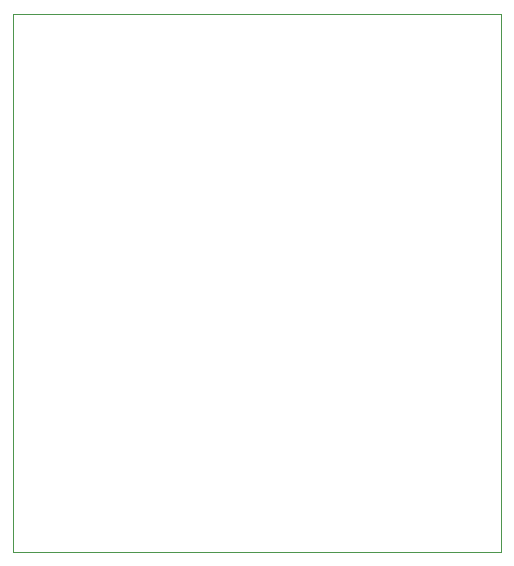
<source format=gbr>
%TF.GenerationSoftware,KiCad,Pcbnew,(6.0.9)*%
%TF.CreationDate,2023-03-20T19:11:49+01:00*%
%TF.ProjectId,STM32F103_prjct2,53544d33-3246-4313-9033-5f70726a6374,rev?*%
%TF.SameCoordinates,Original*%
%TF.FileFunction,Profile,NP*%
%FSLAX46Y46*%
G04 Gerber Fmt 4.6, Leading zero omitted, Abs format (unit mm)*
G04 Created by KiCad (PCBNEW (6.0.9)) date 2023-03-20 19:11:49*
%MOMM*%
%LPD*%
G01*
G04 APERTURE LIST*
%TA.AperFunction,Profile*%
%ADD10C,0.100000*%
%TD*%
G04 APERTURE END LIST*
D10*
X185850000Y-102250000D02*
X144500000Y-102250000D01*
X144500000Y-102250000D02*
X144500000Y-56700000D01*
X144500000Y-56700000D02*
X185850000Y-56700000D01*
X185850000Y-56700000D02*
X185850000Y-102250000D01*
M02*

</source>
